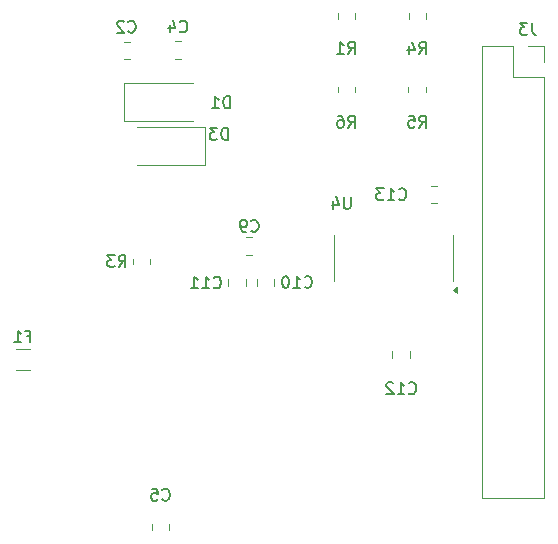
<source format=gbr>
%TF.GenerationSoftware,KiCad,Pcbnew,8.0.4*%
%TF.CreationDate,2024-10-18T12:18:20-03:00*%
%TF.ProjectId,STM32_DEV_BOARD,53544d33-325f-4444-9556-5f424f415244,rev?*%
%TF.SameCoordinates,Original*%
%TF.FileFunction,Legend,Bot*%
%TF.FilePolarity,Positive*%
%FSLAX46Y46*%
G04 Gerber Fmt 4.6, Leading zero omitted, Abs format (unit mm)*
G04 Created by KiCad (PCBNEW 8.0.4) date 2024-10-18 12:18:20*
%MOMM*%
%LPD*%
G01*
G04 APERTURE LIST*
%ADD10C,0.150000*%
%ADD11C,0.120000*%
G04 APERTURE END LIST*
D10*
X166966666Y-89227319D02*
X167299999Y-88751128D01*
X167538094Y-89227319D02*
X167538094Y-88227319D01*
X167538094Y-88227319D02*
X167157142Y-88227319D01*
X167157142Y-88227319D02*
X167061904Y-88274938D01*
X167061904Y-88274938D02*
X167014285Y-88322557D01*
X167014285Y-88322557D02*
X166966666Y-88417795D01*
X166966666Y-88417795D02*
X166966666Y-88560652D01*
X166966666Y-88560652D02*
X167014285Y-88655890D01*
X167014285Y-88655890D02*
X167061904Y-88703509D01*
X167061904Y-88703509D02*
X167157142Y-88751128D01*
X167157142Y-88751128D02*
X167538094Y-88751128D01*
X166109523Y-88227319D02*
X166299999Y-88227319D01*
X166299999Y-88227319D02*
X166395237Y-88274938D01*
X166395237Y-88274938D02*
X166442856Y-88322557D01*
X166442856Y-88322557D02*
X166538094Y-88465414D01*
X166538094Y-88465414D02*
X166585713Y-88655890D01*
X166585713Y-88655890D02*
X166585713Y-89036842D01*
X166585713Y-89036842D02*
X166538094Y-89132080D01*
X166538094Y-89132080D02*
X166490475Y-89179700D01*
X166490475Y-89179700D02*
X166395237Y-89227319D01*
X166395237Y-89227319D02*
X166204761Y-89227319D01*
X166204761Y-89227319D02*
X166109523Y-89179700D01*
X166109523Y-89179700D02*
X166061904Y-89132080D01*
X166061904Y-89132080D02*
X166014285Y-89036842D01*
X166014285Y-89036842D02*
X166014285Y-88798747D01*
X166014285Y-88798747D02*
X166061904Y-88703509D01*
X166061904Y-88703509D02*
X166109523Y-88655890D01*
X166109523Y-88655890D02*
X166204761Y-88608271D01*
X166204761Y-88608271D02*
X166395237Y-88608271D01*
X166395237Y-88608271D02*
X166490475Y-88655890D01*
X166490475Y-88655890D02*
X166538094Y-88703509D01*
X166538094Y-88703509D02*
X166585713Y-88798747D01*
X172966666Y-83002319D02*
X173299999Y-82526128D01*
X173538094Y-83002319D02*
X173538094Y-82002319D01*
X173538094Y-82002319D02*
X173157142Y-82002319D01*
X173157142Y-82002319D02*
X173061904Y-82049938D01*
X173061904Y-82049938D02*
X173014285Y-82097557D01*
X173014285Y-82097557D02*
X172966666Y-82192795D01*
X172966666Y-82192795D02*
X172966666Y-82335652D01*
X172966666Y-82335652D02*
X173014285Y-82430890D01*
X173014285Y-82430890D02*
X173061904Y-82478509D01*
X173061904Y-82478509D02*
X173157142Y-82526128D01*
X173157142Y-82526128D02*
X173538094Y-82526128D01*
X172109523Y-82335652D02*
X172109523Y-83002319D01*
X172347618Y-81954700D02*
X172585713Y-82668985D01*
X172585713Y-82668985D02*
X171966666Y-82668985D01*
X172102857Y-111689580D02*
X172150476Y-111737200D01*
X172150476Y-111737200D02*
X172293333Y-111784819D01*
X172293333Y-111784819D02*
X172388571Y-111784819D01*
X172388571Y-111784819D02*
X172531428Y-111737200D01*
X172531428Y-111737200D02*
X172626666Y-111641961D01*
X172626666Y-111641961D02*
X172674285Y-111546723D01*
X172674285Y-111546723D02*
X172721904Y-111356247D01*
X172721904Y-111356247D02*
X172721904Y-111213390D01*
X172721904Y-111213390D02*
X172674285Y-111022914D01*
X172674285Y-111022914D02*
X172626666Y-110927676D01*
X172626666Y-110927676D02*
X172531428Y-110832438D01*
X172531428Y-110832438D02*
X172388571Y-110784819D01*
X172388571Y-110784819D02*
X172293333Y-110784819D01*
X172293333Y-110784819D02*
X172150476Y-110832438D01*
X172150476Y-110832438D02*
X172102857Y-110880057D01*
X171150476Y-111784819D02*
X171721904Y-111784819D01*
X171436190Y-111784819D02*
X171436190Y-110784819D01*
X171436190Y-110784819D02*
X171531428Y-110927676D01*
X171531428Y-110927676D02*
X171626666Y-111022914D01*
X171626666Y-111022914D02*
X171721904Y-111070533D01*
X170769523Y-110880057D02*
X170721904Y-110832438D01*
X170721904Y-110832438D02*
X170626666Y-110784819D01*
X170626666Y-110784819D02*
X170388571Y-110784819D01*
X170388571Y-110784819D02*
X170293333Y-110832438D01*
X170293333Y-110832438D02*
X170245714Y-110880057D01*
X170245714Y-110880057D02*
X170198095Y-110975295D01*
X170198095Y-110975295D02*
X170198095Y-111070533D01*
X170198095Y-111070533D02*
X170245714Y-111213390D01*
X170245714Y-111213390D02*
X170817142Y-111784819D01*
X170817142Y-111784819D02*
X170198095Y-111784819D01*
X152716666Y-81069580D02*
X152764285Y-81117200D01*
X152764285Y-81117200D02*
X152907142Y-81164819D01*
X152907142Y-81164819D02*
X153002380Y-81164819D01*
X153002380Y-81164819D02*
X153145237Y-81117200D01*
X153145237Y-81117200D02*
X153240475Y-81021961D01*
X153240475Y-81021961D02*
X153288094Y-80926723D01*
X153288094Y-80926723D02*
X153335713Y-80736247D01*
X153335713Y-80736247D02*
X153335713Y-80593390D01*
X153335713Y-80593390D02*
X153288094Y-80402914D01*
X153288094Y-80402914D02*
X153240475Y-80307676D01*
X153240475Y-80307676D02*
X153145237Y-80212438D01*
X153145237Y-80212438D02*
X153002380Y-80164819D01*
X153002380Y-80164819D02*
X152907142Y-80164819D01*
X152907142Y-80164819D02*
X152764285Y-80212438D01*
X152764285Y-80212438D02*
X152716666Y-80260057D01*
X151859523Y-80498152D02*
X151859523Y-81164819D01*
X152097618Y-80117200D02*
X152335713Y-80831485D01*
X152335713Y-80831485D02*
X151716666Y-80831485D01*
X156958094Y-87574819D02*
X156958094Y-86574819D01*
X156958094Y-86574819D02*
X156719999Y-86574819D01*
X156719999Y-86574819D02*
X156577142Y-86622438D01*
X156577142Y-86622438D02*
X156481904Y-86717676D01*
X156481904Y-86717676D02*
X156434285Y-86812914D01*
X156434285Y-86812914D02*
X156386666Y-87003390D01*
X156386666Y-87003390D02*
X156386666Y-87146247D01*
X156386666Y-87146247D02*
X156434285Y-87336723D01*
X156434285Y-87336723D02*
X156481904Y-87431961D01*
X156481904Y-87431961D02*
X156577142Y-87527200D01*
X156577142Y-87527200D02*
X156719999Y-87574819D01*
X156719999Y-87574819D02*
X156958094Y-87574819D01*
X155434285Y-87574819D02*
X156005713Y-87574819D01*
X155719999Y-87574819D02*
X155719999Y-86574819D01*
X155719999Y-86574819D02*
X155815237Y-86717676D01*
X155815237Y-86717676D02*
X155910475Y-86812914D01*
X155910475Y-86812914D02*
X156005713Y-86860533D01*
X155562857Y-102739580D02*
X155610476Y-102787200D01*
X155610476Y-102787200D02*
X155753333Y-102834819D01*
X155753333Y-102834819D02*
X155848571Y-102834819D01*
X155848571Y-102834819D02*
X155991428Y-102787200D01*
X155991428Y-102787200D02*
X156086666Y-102691961D01*
X156086666Y-102691961D02*
X156134285Y-102596723D01*
X156134285Y-102596723D02*
X156181904Y-102406247D01*
X156181904Y-102406247D02*
X156181904Y-102263390D01*
X156181904Y-102263390D02*
X156134285Y-102072914D01*
X156134285Y-102072914D02*
X156086666Y-101977676D01*
X156086666Y-101977676D02*
X155991428Y-101882438D01*
X155991428Y-101882438D02*
X155848571Y-101834819D01*
X155848571Y-101834819D02*
X155753333Y-101834819D01*
X155753333Y-101834819D02*
X155610476Y-101882438D01*
X155610476Y-101882438D02*
X155562857Y-101930057D01*
X154610476Y-102834819D02*
X155181904Y-102834819D01*
X154896190Y-102834819D02*
X154896190Y-101834819D01*
X154896190Y-101834819D02*
X154991428Y-101977676D01*
X154991428Y-101977676D02*
X155086666Y-102072914D01*
X155086666Y-102072914D02*
X155181904Y-102120533D01*
X153658095Y-102834819D02*
X154229523Y-102834819D01*
X153943809Y-102834819D02*
X153943809Y-101834819D01*
X153943809Y-101834819D02*
X154039047Y-101977676D01*
X154039047Y-101977676D02*
X154134285Y-102072914D01*
X154134285Y-102072914D02*
X154229523Y-102120533D01*
X151236666Y-120707080D02*
X151284285Y-120754700D01*
X151284285Y-120754700D02*
X151427142Y-120802319D01*
X151427142Y-120802319D02*
X151522380Y-120802319D01*
X151522380Y-120802319D02*
X151665237Y-120754700D01*
X151665237Y-120754700D02*
X151760475Y-120659461D01*
X151760475Y-120659461D02*
X151808094Y-120564223D01*
X151808094Y-120564223D02*
X151855713Y-120373747D01*
X151855713Y-120373747D02*
X151855713Y-120230890D01*
X151855713Y-120230890D02*
X151808094Y-120040414D01*
X151808094Y-120040414D02*
X151760475Y-119945176D01*
X151760475Y-119945176D02*
X151665237Y-119849938D01*
X151665237Y-119849938D02*
X151522380Y-119802319D01*
X151522380Y-119802319D02*
X151427142Y-119802319D01*
X151427142Y-119802319D02*
X151284285Y-119849938D01*
X151284285Y-119849938D02*
X151236666Y-119897557D01*
X150331904Y-119802319D02*
X150808094Y-119802319D01*
X150808094Y-119802319D02*
X150855713Y-120278509D01*
X150855713Y-120278509D02*
X150808094Y-120230890D01*
X150808094Y-120230890D02*
X150712856Y-120183271D01*
X150712856Y-120183271D02*
X150474761Y-120183271D01*
X150474761Y-120183271D02*
X150379523Y-120230890D01*
X150379523Y-120230890D02*
X150331904Y-120278509D01*
X150331904Y-120278509D02*
X150284285Y-120373747D01*
X150284285Y-120373747D02*
X150284285Y-120611842D01*
X150284285Y-120611842D02*
X150331904Y-120707080D01*
X150331904Y-120707080D02*
X150379523Y-120754700D01*
X150379523Y-120754700D02*
X150474761Y-120802319D01*
X150474761Y-120802319D02*
X150712856Y-120802319D01*
X150712856Y-120802319D02*
X150808094Y-120754700D01*
X150808094Y-120754700D02*
X150855713Y-120707080D01*
X156778094Y-90244819D02*
X156778094Y-89244819D01*
X156778094Y-89244819D02*
X156539999Y-89244819D01*
X156539999Y-89244819D02*
X156397142Y-89292438D01*
X156397142Y-89292438D02*
X156301904Y-89387676D01*
X156301904Y-89387676D02*
X156254285Y-89482914D01*
X156254285Y-89482914D02*
X156206666Y-89673390D01*
X156206666Y-89673390D02*
X156206666Y-89816247D01*
X156206666Y-89816247D02*
X156254285Y-90006723D01*
X156254285Y-90006723D02*
X156301904Y-90101961D01*
X156301904Y-90101961D02*
X156397142Y-90197200D01*
X156397142Y-90197200D02*
X156539999Y-90244819D01*
X156539999Y-90244819D02*
X156778094Y-90244819D01*
X155873332Y-89244819D02*
X155254285Y-89244819D01*
X155254285Y-89244819D02*
X155587618Y-89625771D01*
X155587618Y-89625771D02*
X155444761Y-89625771D01*
X155444761Y-89625771D02*
X155349523Y-89673390D01*
X155349523Y-89673390D02*
X155301904Y-89721009D01*
X155301904Y-89721009D02*
X155254285Y-89816247D01*
X155254285Y-89816247D02*
X155254285Y-90054342D01*
X155254285Y-90054342D02*
X155301904Y-90149580D01*
X155301904Y-90149580D02*
X155349523Y-90197200D01*
X155349523Y-90197200D02*
X155444761Y-90244819D01*
X155444761Y-90244819D02*
X155730475Y-90244819D01*
X155730475Y-90244819D02*
X155825713Y-90197200D01*
X155825713Y-90197200D02*
X155873332Y-90149580D01*
X171262857Y-95269580D02*
X171310476Y-95317200D01*
X171310476Y-95317200D02*
X171453333Y-95364819D01*
X171453333Y-95364819D02*
X171548571Y-95364819D01*
X171548571Y-95364819D02*
X171691428Y-95317200D01*
X171691428Y-95317200D02*
X171786666Y-95221961D01*
X171786666Y-95221961D02*
X171834285Y-95126723D01*
X171834285Y-95126723D02*
X171881904Y-94936247D01*
X171881904Y-94936247D02*
X171881904Y-94793390D01*
X171881904Y-94793390D02*
X171834285Y-94602914D01*
X171834285Y-94602914D02*
X171786666Y-94507676D01*
X171786666Y-94507676D02*
X171691428Y-94412438D01*
X171691428Y-94412438D02*
X171548571Y-94364819D01*
X171548571Y-94364819D02*
X171453333Y-94364819D01*
X171453333Y-94364819D02*
X171310476Y-94412438D01*
X171310476Y-94412438D02*
X171262857Y-94460057D01*
X170310476Y-95364819D02*
X170881904Y-95364819D01*
X170596190Y-95364819D02*
X170596190Y-94364819D01*
X170596190Y-94364819D02*
X170691428Y-94507676D01*
X170691428Y-94507676D02*
X170786666Y-94602914D01*
X170786666Y-94602914D02*
X170881904Y-94650533D01*
X169977142Y-94364819D02*
X169358095Y-94364819D01*
X169358095Y-94364819D02*
X169691428Y-94745771D01*
X169691428Y-94745771D02*
X169548571Y-94745771D01*
X169548571Y-94745771D02*
X169453333Y-94793390D01*
X169453333Y-94793390D02*
X169405714Y-94841009D01*
X169405714Y-94841009D02*
X169358095Y-94936247D01*
X169358095Y-94936247D02*
X169358095Y-95174342D01*
X169358095Y-95174342D02*
X169405714Y-95269580D01*
X169405714Y-95269580D02*
X169453333Y-95317200D01*
X169453333Y-95317200D02*
X169548571Y-95364819D01*
X169548571Y-95364819D02*
X169834285Y-95364819D01*
X169834285Y-95364819D02*
X169929523Y-95317200D01*
X169929523Y-95317200D02*
X169977142Y-95269580D01*
X148346666Y-81079580D02*
X148394285Y-81127200D01*
X148394285Y-81127200D02*
X148537142Y-81174819D01*
X148537142Y-81174819D02*
X148632380Y-81174819D01*
X148632380Y-81174819D02*
X148775237Y-81127200D01*
X148775237Y-81127200D02*
X148870475Y-81031961D01*
X148870475Y-81031961D02*
X148918094Y-80936723D01*
X148918094Y-80936723D02*
X148965713Y-80746247D01*
X148965713Y-80746247D02*
X148965713Y-80603390D01*
X148965713Y-80603390D02*
X148918094Y-80412914D01*
X148918094Y-80412914D02*
X148870475Y-80317676D01*
X148870475Y-80317676D02*
X148775237Y-80222438D01*
X148775237Y-80222438D02*
X148632380Y-80174819D01*
X148632380Y-80174819D02*
X148537142Y-80174819D01*
X148537142Y-80174819D02*
X148394285Y-80222438D01*
X148394285Y-80222438D02*
X148346666Y-80270057D01*
X147965713Y-80270057D02*
X147918094Y-80222438D01*
X147918094Y-80222438D02*
X147822856Y-80174819D01*
X147822856Y-80174819D02*
X147584761Y-80174819D01*
X147584761Y-80174819D02*
X147489523Y-80222438D01*
X147489523Y-80222438D02*
X147441904Y-80270057D01*
X147441904Y-80270057D02*
X147394285Y-80365295D01*
X147394285Y-80365295D02*
X147394285Y-80460533D01*
X147394285Y-80460533D02*
X147441904Y-80603390D01*
X147441904Y-80603390D02*
X148013332Y-81174819D01*
X148013332Y-81174819D02*
X147394285Y-81174819D01*
X147536666Y-101024819D02*
X147869999Y-100548628D01*
X148108094Y-101024819D02*
X148108094Y-100024819D01*
X148108094Y-100024819D02*
X147727142Y-100024819D01*
X147727142Y-100024819D02*
X147631904Y-100072438D01*
X147631904Y-100072438D02*
X147584285Y-100120057D01*
X147584285Y-100120057D02*
X147536666Y-100215295D01*
X147536666Y-100215295D02*
X147536666Y-100358152D01*
X147536666Y-100358152D02*
X147584285Y-100453390D01*
X147584285Y-100453390D02*
X147631904Y-100501009D01*
X147631904Y-100501009D02*
X147727142Y-100548628D01*
X147727142Y-100548628D02*
X148108094Y-100548628D01*
X147203332Y-100024819D02*
X146584285Y-100024819D01*
X146584285Y-100024819D02*
X146917618Y-100405771D01*
X146917618Y-100405771D02*
X146774761Y-100405771D01*
X146774761Y-100405771D02*
X146679523Y-100453390D01*
X146679523Y-100453390D02*
X146631904Y-100501009D01*
X146631904Y-100501009D02*
X146584285Y-100596247D01*
X146584285Y-100596247D02*
X146584285Y-100834342D01*
X146584285Y-100834342D02*
X146631904Y-100929580D01*
X146631904Y-100929580D02*
X146679523Y-100977200D01*
X146679523Y-100977200D02*
X146774761Y-101024819D01*
X146774761Y-101024819D02*
X147060475Y-101024819D01*
X147060475Y-101024819D02*
X147155713Y-100977200D01*
X147155713Y-100977200D02*
X147203332Y-100929580D01*
X163282857Y-102689580D02*
X163330476Y-102737200D01*
X163330476Y-102737200D02*
X163473333Y-102784819D01*
X163473333Y-102784819D02*
X163568571Y-102784819D01*
X163568571Y-102784819D02*
X163711428Y-102737200D01*
X163711428Y-102737200D02*
X163806666Y-102641961D01*
X163806666Y-102641961D02*
X163854285Y-102546723D01*
X163854285Y-102546723D02*
X163901904Y-102356247D01*
X163901904Y-102356247D02*
X163901904Y-102213390D01*
X163901904Y-102213390D02*
X163854285Y-102022914D01*
X163854285Y-102022914D02*
X163806666Y-101927676D01*
X163806666Y-101927676D02*
X163711428Y-101832438D01*
X163711428Y-101832438D02*
X163568571Y-101784819D01*
X163568571Y-101784819D02*
X163473333Y-101784819D01*
X163473333Y-101784819D02*
X163330476Y-101832438D01*
X163330476Y-101832438D02*
X163282857Y-101880057D01*
X162330476Y-102784819D02*
X162901904Y-102784819D01*
X162616190Y-102784819D02*
X162616190Y-101784819D01*
X162616190Y-101784819D02*
X162711428Y-101927676D01*
X162711428Y-101927676D02*
X162806666Y-102022914D01*
X162806666Y-102022914D02*
X162901904Y-102070533D01*
X161711428Y-101784819D02*
X161616190Y-101784819D01*
X161616190Y-101784819D02*
X161520952Y-101832438D01*
X161520952Y-101832438D02*
X161473333Y-101880057D01*
X161473333Y-101880057D02*
X161425714Y-101975295D01*
X161425714Y-101975295D02*
X161378095Y-102165771D01*
X161378095Y-102165771D02*
X161378095Y-102403866D01*
X161378095Y-102403866D02*
X161425714Y-102594342D01*
X161425714Y-102594342D02*
X161473333Y-102689580D01*
X161473333Y-102689580D02*
X161520952Y-102737200D01*
X161520952Y-102737200D02*
X161616190Y-102784819D01*
X161616190Y-102784819D02*
X161711428Y-102784819D01*
X161711428Y-102784819D02*
X161806666Y-102737200D01*
X161806666Y-102737200D02*
X161854285Y-102689580D01*
X161854285Y-102689580D02*
X161901904Y-102594342D01*
X161901904Y-102594342D02*
X161949523Y-102403866D01*
X161949523Y-102403866D02*
X161949523Y-102165771D01*
X161949523Y-102165771D02*
X161901904Y-101975295D01*
X161901904Y-101975295D02*
X161854285Y-101880057D01*
X161854285Y-101880057D02*
X161806666Y-101832438D01*
X161806666Y-101832438D02*
X161711428Y-101784819D01*
X139733333Y-106881009D02*
X140066666Y-106881009D01*
X140066666Y-107404819D02*
X140066666Y-106404819D01*
X140066666Y-106404819D02*
X139590476Y-106404819D01*
X138685714Y-107404819D02*
X139257142Y-107404819D01*
X138971428Y-107404819D02*
X138971428Y-106404819D01*
X138971428Y-106404819D02*
X139066666Y-106547676D01*
X139066666Y-106547676D02*
X139161904Y-106642914D01*
X139161904Y-106642914D02*
X139257142Y-106690533D01*
X166976666Y-82969819D02*
X167309999Y-82493628D01*
X167548094Y-82969819D02*
X167548094Y-81969819D01*
X167548094Y-81969819D02*
X167167142Y-81969819D01*
X167167142Y-81969819D02*
X167071904Y-82017438D01*
X167071904Y-82017438D02*
X167024285Y-82065057D01*
X167024285Y-82065057D02*
X166976666Y-82160295D01*
X166976666Y-82160295D02*
X166976666Y-82303152D01*
X166976666Y-82303152D02*
X167024285Y-82398390D01*
X167024285Y-82398390D02*
X167071904Y-82446009D01*
X167071904Y-82446009D02*
X167167142Y-82493628D01*
X167167142Y-82493628D02*
X167548094Y-82493628D01*
X166024285Y-82969819D02*
X166595713Y-82969819D01*
X166309999Y-82969819D02*
X166309999Y-81969819D01*
X166309999Y-81969819D02*
X166405237Y-82112676D01*
X166405237Y-82112676D02*
X166500475Y-82207914D01*
X166500475Y-82207914D02*
X166595713Y-82255533D01*
X182523333Y-80364819D02*
X182523333Y-81079104D01*
X182523333Y-81079104D02*
X182570952Y-81221961D01*
X182570952Y-81221961D02*
X182666190Y-81317200D01*
X182666190Y-81317200D02*
X182809047Y-81364819D01*
X182809047Y-81364819D02*
X182904285Y-81364819D01*
X182142380Y-80364819D02*
X181523333Y-80364819D01*
X181523333Y-80364819D02*
X181856666Y-80745771D01*
X181856666Y-80745771D02*
X181713809Y-80745771D01*
X181713809Y-80745771D02*
X181618571Y-80793390D01*
X181618571Y-80793390D02*
X181570952Y-80841009D01*
X181570952Y-80841009D02*
X181523333Y-80936247D01*
X181523333Y-80936247D02*
X181523333Y-81174342D01*
X181523333Y-81174342D02*
X181570952Y-81269580D01*
X181570952Y-81269580D02*
X181618571Y-81317200D01*
X181618571Y-81317200D02*
X181713809Y-81364819D01*
X181713809Y-81364819D02*
X181999523Y-81364819D01*
X181999523Y-81364819D02*
X182094761Y-81317200D01*
X182094761Y-81317200D02*
X182142380Y-81269580D01*
X167171904Y-95094819D02*
X167171904Y-95904342D01*
X167171904Y-95904342D02*
X167124285Y-95999580D01*
X167124285Y-95999580D02*
X167076666Y-96047200D01*
X167076666Y-96047200D02*
X166981428Y-96094819D01*
X166981428Y-96094819D02*
X166790952Y-96094819D01*
X166790952Y-96094819D02*
X166695714Y-96047200D01*
X166695714Y-96047200D02*
X166648095Y-95999580D01*
X166648095Y-95999580D02*
X166600476Y-95904342D01*
X166600476Y-95904342D02*
X166600476Y-95094819D01*
X165695714Y-95428152D02*
X165695714Y-96094819D01*
X165933809Y-95047200D02*
X166171904Y-95761485D01*
X166171904Y-95761485D02*
X165552857Y-95761485D01*
X158756666Y-97939580D02*
X158804285Y-97987200D01*
X158804285Y-97987200D02*
X158947142Y-98034819D01*
X158947142Y-98034819D02*
X159042380Y-98034819D01*
X159042380Y-98034819D02*
X159185237Y-97987200D01*
X159185237Y-97987200D02*
X159280475Y-97891961D01*
X159280475Y-97891961D02*
X159328094Y-97796723D01*
X159328094Y-97796723D02*
X159375713Y-97606247D01*
X159375713Y-97606247D02*
X159375713Y-97463390D01*
X159375713Y-97463390D02*
X159328094Y-97272914D01*
X159328094Y-97272914D02*
X159280475Y-97177676D01*
X159280475Y-97177676D02*
X159185237Y-97082438D01*
X159185237Y-97082438D02*
X159042380Y-97034819D01*
X159042380Y-97034819D02*
X158947142Y-97034819D01*
X158947142Y-97034819D02*
X158804285Y-97082438D01*
X158804285Y-97082438D02*
X158756666Y-97130057D01*
X158280475Y-98034819D02*
X158089999Y-98034819D01*
X158089999Y-98034819D02*
X157994761Y-97987200D01*
X157994761Y-97987200D02*
X157947142Y-97939580D01*
X157947142Y-97939580D02*
X157851904Y-97796723D01*
X157851904Y-97796723D02*
X157804285Y-97606247D01*
X157804285Y-97606247D02*
X157804285Y-97225295D01*
X157804285Y-97225295D02*
X157851904Y-97130057D01*
X157851904Y-97130057D02*
X157899523Y-97082438D01*
X157899523Y-97082438D02*
X157994761Y-97034819D01*
X157994761Y-97034819D02*
X158185237Y-97034819D01*
X158185237Y-97034819D02*
X158280475Y-97082438D01*
X158280475Y-97082438D02*
X158328094Y-97130057D01*
X158328094Y-97130057D02*
X158375713Y-97225295D01*
X158375713Y-97225295D02*
X158375713Y-97463390D01*
X158375713Y-97463390D02*
X158328094Y-97558628D01*
X158328094Y-97558628D02*
X158280475Y-97606247D01*
X158280475Y-97606247D02*
X158185237Y-97653866D01*
X158185237Y-97653866D02*
X157994761Y-97653866D01*
X157994761Y-97653866D02*
X157899523Y-97606247D01*
X157899523Y-97606247D02*
X157851904Y-97558628D01*
X157851904Y-97558628D02*
X157804285Y-97463390D01*
X172986666Y-89222319D02*
X173319999Y-88746128D01*
X173558094Y-89222319D02*
X173558094Y-88222319D01*
X173558094Y-88222319D02*
X173177142Y-88222319D01*
X173177142Y-88222319D02*
X173081904Y-88269938D01*
X173081904Y-88269938D02*
X173034285Y-88317557D01*
X173034285Y-88317557D02*
X172986666Y-88412795D01*
X172986666Y-88412795D02*
X172986666Y-88555652D01*
X172986666Y-88555652D02*
X173034285Y-88650890D01*
X173034285Y-88650890D02*
X173081904Y-88698509D01*
X173081904Y-88698509D02*
X173177142Y-88746128D01*
X173177142Y-88746128D02*
X173558094Y-88746128D01*
X172081904Y-88222319D02*
X172558094Y-88222319D01*
X172558094Y-88222319D02*
X172605713Y-88698509D01*
X172605713Y-88698509D02*
X172558094Y-88650890D01*
X172558094Y-88650890D02*
X172462856Y-88603271D01*
X172462856Y-88603271D02*
X172224761Y-88603271D01*
X172224761Y-88603271D02*
X172129523Y-88650890D01*
X172129523Y-88650890D02*
X172081904Y-88698509D01*
X172081904Y-88698509D02*
X172034285Y-88793747D01*
X172034285Y-88793747D02*
X172034285Y-89031842D01*
X172034285Y-89031842D02*
X172081904Y-89127080D01*
X172081904Y-89127080D02*
X172129523Y-89174700D01*
X172129523Y-89174700D02*
X172224761Y-89222319D01*
X172224761Y-89222319D02*
X172462856Y-89222319D01*
X172462856Y-89222319D02*
X172558094Y-89174700D01*
X172558094Y-89174700D02*
X172605713Y-89127080D01*
D11*
%TO.C,R6*%
X166075000Y-85785436D02*
X166075000Y-86239564D01*
X167545000Y-85785436D02*
X167545000Y-86239564D01*
%TO.C,R4*%
X172085000Y-79994564D02*
X172085000Y-79540436D01*
X173555000Y-79994564D02*
X173555000Y-79540436D01*
%TO.C,C12*%
X170705000Y-108701252D02*
X170705000Y-108178748D01*
X172175000Y-108701252D02*
X172175000Y-108178748D01*
%TO.C,C4*%
X152811252Y-81925000D02*
X152288748Y-81925000D01*
X152811252Y-83395000D02*
X152288748Y-83395000D01*
%TO.C,D1*%
X148010000Y-85470000D02*
X148010000Y-88690000D01*
X148010000Y-88690000D02*
X153820000Y-88690000D01*
X153820000Y-85470000D02*
X148010000Y-85470000D01*
%TO.C,C11*%
X156825000Y-102078748D02*
X156825000Y-102601252D01*
X158295000Y-102078748D02*
X158295000Y-102601252D01*
%TO.C,C5*%
X150325000Y-122798748D02*
X150325000Y-123321252D01*
X151795000Y-122798748D02*
X151795000Y-123321252D01*
%TO.C,D3*%
X149070000Y-92420000D02*
X154880000Y-92420000D01*
X154880000Y-89200000D02*
X149070000Y-89200000D01*
X154880000Y-92420000D02*
X154880000Y-89200000D01*
%TO.C,C13*%
X173958748Y-94175000D02*
X174481252Y-94175000D01*
X173958748Y-95645000D02*
X174481252Y-95645000D01*
%TO.C,C2*%
X147948748Y-81935000D02*
X148471252Y-81935000D01*
X147948748Y-83405000D02*
X148471252Y-83405000D01*
%TO.C,R3*%
X148745000Y-100777064D02*
X148745000Y-100322936D01*
X150215000Y-100777064D02*
X150215000Y-100322936D01*
%TO.C,C10*%
X159205000Y-102078748D02*
X159205000Y-102601252D01*
X160675000Y-102078748D02*
X160675000Y-102601252D01*
%TO.C,F1*%
X138827936Y-107930000D02*
X140032064Y-107930000D01*
X138827936Y-109750000D02*
X140032064Y-109750000D01*
%TO.C,R1*%
X166075000Y-80002064D02*
X166075000Y-79547936D01*
X167545000Y-80002064D02*
X167545000Y-79547936D01*
%TO.C,J3*%
X178320000Y-82340000D02*
X180920000Y-82340000D01*
X178320000Y-120560000D02*
X178320000Y-82340000D01*
X178320000Y-120560000D02*
X183520000Y-120560000D01*
X180920000Y-82340000D02*
X180920000Y-84940000D01*
X180920000Y-84940000D02*
X183520000Y-84940000D01*
X182190000Y-82340000D02*
X183520000Y-82340000D01*
X183520000Y-82340000D02*
X183520000Y-83670000D01*
X183520000Y-120560000D02*
X183520000Y-84940000D01*
%TO.C,U4*%
X165745000Y-98345000D02*
X165745000Y-100295000D01*
X165745000Y-102245000D02*
X165745000Y-100295000D01*
X175865000Y-98345000D02*
X175865000Y-100295000D01*
X175865000Y-102245000D02*
X175865000Y-100295000D01*
X176140000Y-103235000D02*
X175810000Y-102995000D01*
X176140000Y-102755000D01*
X176140000Y-103235000D01*
G36*
X176140000Y-103235000D02*
G01*
X175810000Y-102995000D01*
X176140000Y-102755000D01*
X176140000Y-103235000D01*
G37*
%TO.C,C9*%
X158328748Y-98525000D02*
X158851252Y-98525000D01*
X158328748Y-99995000D02*
X158851252Y-99995000D01*
%TO.C,R5*%
X172065000Y-85790436D02*
X172065000Y-86244564D01*
X173535000Y-85790436D02*
X173535000Y-86244564D01*
%TD*%
M02*

</source>
